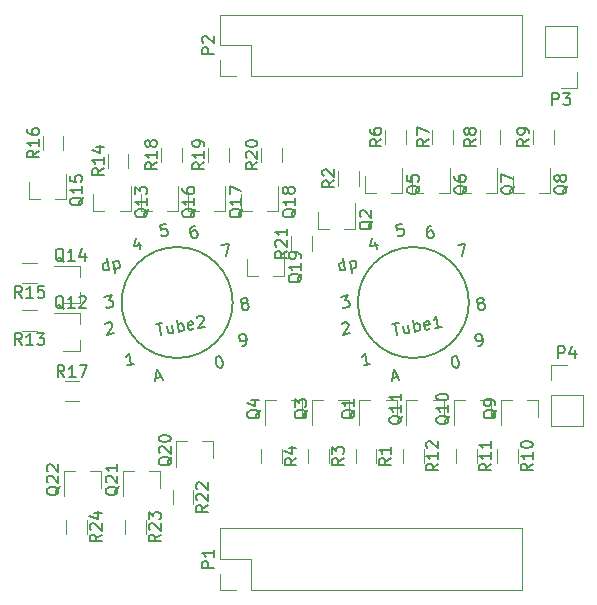
<source format=gbr>
G04 #@! TF.FileFunction,Legend,Top*
%FSLAX46Y46*%
G04 Gerber Fmt 4.6, Leading zero omitted, Abs format (unit mm)*
G04 Created by KiCad (PCBNEW 4.0.4-stable) date 11/20/17 14:55:23*
%MOMM*%
%LPD*%
G01*
G04 APERTURE LIST*
%ADD10C,0.100000*%
%ADD11C,0.150000*%
%ADD12C,0.120000*%
G04 APERTURE END LIST*
D10*
D11*
X129699999Y-100000000D02*
G75*
G03X129699999Y-100000000I-4699999J0D01*
G01*
X109699999Y-100000000D02*
G75*
G03X109699999Y-100000000I-4699999J0D01*
G01*
D12*
X136670000Y-110470000D02*
X139330000Y-110470000D01*
X136670000Y-107870000D02*
X136670000Y-110470000D01*
X139330000Y-107870000D02*
X139330000Y-110470000D01*
X136670000Y-107870000D02*
X139330000Y-107870000D01*
X136670000Y-106600000D02*
X136670000Y-105270000D01*
X136670000Y-105270000D02*
X138000000Y-105270000D01*
X134190000Y-124330000D02*
X134190000Y-119130000D01*
X111270000Y-124330000D02*
X134190000Y-124330000D01*
X108670000Y-119130000D02*
X134190000Y-119130000D01*
X111270000Y-124330000D02*
X111270000Y-121730000D01*
X111270000Y-121730000D02*
X108670000Y-121730000D01*
X108670000Y-121730000D02*
X108670000Y-119130000D01*
X110000000Y-124330000D02*
X108670000Y-124330000D01*
X108670000Y-124330000D02*
X108670000Y-123000000D01*
X134190000Y-80830000D02*
X134190000Y-75630000D01*
X111270000Y-80830000D02*
X134190000Y-80830000D01*
X108670000Y-75630000D02*
X134190000Y-75630000D01*
X111270000Y-80830000D02*
X111270000Y-78230000D01*
X111270000Y-78230000D02*
X108670000Y-78230000D01*
X108670000Y-78230000D02*
X108670000Y-75630000D01*
X110000000Y-80830000D02*
X108670000Y-80830000D01*
X108670000Y-80830000D02*
X108670000Y-79500000D01*
X123580000Y-108240000D02*
X122650000Y-108240000D01*
X120420000Y-108240000D02*
X121350000Y-108240000D01*
X120420000Y-108240000D02*
X120420000Y-110400000D01*
X123580000Y-108240000D02*
X123580000Y-109700000D01*
X116920000Y-93760000D02*
X117850000Y-93760000D01*
X120080000Y-93760000D02*
X119150000Y-93760000D01*
X120080000Y-93760000D02*
X120080000Y-91600000D01*
X116920000Y-93760000D02*
X116920000Y-92300000D01*
X119580000Y-108240000D02*
X118650000Y-108240000D01*
X116420000Y-108240000D02*
X117350000Y-108240000D01*
X116420000Y-108240000D02*
X116420000Y-110400000D01*
X119580000Y-108240000D02*
X119580000Y-109700000D01*
X115580000Y-108240000D02*
X114650000Y-108240000D01*
X112420000Y-108240000D02*
X113350000Y-108240000D01*
X112420000Y-108240000D02*
X112420000Y-110400000D01*
X115580000Y-108240000D02*
X115580000Y-109700000D01*
X120920000Y-90760000D02*
X121850000Y-90760000D01*
X124080000Y-90760000D02*
X123150000Y-90760000D01*
X124080000Y-90760000D02*
X124080000Y-88600000D01*
X120920000Y-90760000D02*
X120920000Y-89300000D01*
X124920000Y-90760000D02*
X125850000Y-90760000D01*
X128080000Y-90760000D02*
X127150000Y-90760000D01*
X128080000Y-90760000D02*
X128080000Y-88600000D01*
X124920000Y-90760000D02*
X124920000Y-89300000D01*
X128920000Y-90760000D02*
X129850000Y-90760000D01*
X132080000Y-90760000D02*
X131150000Y-90760000D01*
X132080000Y-90760000D02*
X132080000Y-88600000D01*
X128920000Y-90760000D02*
X128920000Y-89300000D01*
X133420000Y-90760000D02*
X134350000Y-90760000D01*
X136580000Y-90760000D02*
X135650000Y-90760000D01*
X136580000Y-90760000D02*
X136580000Y-88600000D01*
X133420000Y-90760000D02*
X133420000Y-89300000D01*
X135580000Y-108240000D02*
X134650000Y-108240000D01*
X132420000Y-108240000D02*
X133350000Y-108240000D01*
X132420000Y-108240000D02*
X132420000Y-110400000D01*
X135580000Y-108240000D02*
X135580000Y-109700000D01*
X131580000Y-108240000D02*
X130650000Y-108240000D01*
X128420000Y-108240000D02*
X129350000Y-108240000D01*
X128420000Y-108240000D02*
X128420000Y-110400000D01*
X131580000Y-108240000D02*
X131580000Y-109700000D01*
X127580000Y-108240000D02*
X126650000Y-108240000D01*
X124420000Y-108240000D02*
X125350000Y-108240000D01*
X124420000Y-108240000D02*
X124420000Y-110400000D01*
X127580000Y-108240000D02*
X127580000Y-109700000D01*
X96760000Y-104080000D02*
X96760000Y-103150000D01*
X96760000Y-100920000D02*
X96760000Y-101850000D01*
X96760000Y-100920000D02*
X94600000Y-100920000D01*
X96760000Y-104080000D02*
X95300000Y-104080000D01*
X97920000Y-92260000D02*
X98850000Y-92260000D01*
X101080000Y-92260000D02*
X100150000Y-92260000D01*
X101080000Y-92260000D02*
X101080000Y-90100000D01*
X97920000Y-92260000D02*
X97920000Y-90800000D01*
X96760000Y-100080000D02*
X96760000Y-99150000D01*
X96760000Y-96920000D02*
X96760000Y-97850000D01*
X96760000Y-96920000D02*
X94600000Y-96920000D01*
X96760000Y-100080000D02*
X95300000Y-100080000D01*
X92420000Y-91260000D02*
X93350000Y-91260000D01*
X95580000Y-91260000D02*
X94650000Y-91260000D01*
X95580000Y-91260000D02*
X95580000Y-89100000D01*
X92420000Y-91260000D02*
X92420000Y-89800000D01*
X101920000Y-92260000D02*
X102850000Y-92260000D01*
X105080000Y-92260000D02*
X104150000Y-92260000D01*
X105080000Y-92260000D02*
X105080000Y-90100000D01*
X101920000Y-92260000D02*
X101920000Y-90800000D01*
X105920000Y-92260000D02*
X106850000Y-92260000D01*
X109080000Y-92260000D02*
X108150000Y-92260000D01*
X109080000Y-92260000D02*
X109080000Y-90100000D01*
X105920000Y-92260000D02*
X105920000Y-90800000D01*
X110420000Y-92260000D02*
X111350000Y-92260000D01*
X113580000Y-92260000D02*
X112650000Y-92260000D01*
X113580000Y-92260000D02*
X113580000Y-90100000D01*
X110420000Y-92260000D02*
X110420000Y-90800000D01*
X110920000Y-97760000D02*
X111850000Y-97760000D01*
X114080000Y-97760000D02*
X113150000Y-97760000D01*
X114080000Y-97760000D02*
X114080000Y-95600000D01*
X110920000Y-97760000D02*
X110920000Y-96300000D01*
X108080000Y-111740000D02*
X107150000Y-111740000D01*
X104920000Y-111740000D02*
X105850000Y-111740000D01*
X104920000Y-111740000D02*
X104920000Y-113900000D01*
X108080000Y-111740000D02*
X108080000Y-113200000D01*
X103580000Y-114240000D02*
X102650000Y-114240000D01*
X100420000Y-114240000D02*
X101350000Y-114240000D01*
X100420000Y-114240000D02*
X100420000Y-116400000D01*
X103580000Y-114240000D02*
X103580000Y-115700000D01*
X98580000Y-114240000D02*
X97650000Y-114240000D01*
X95420000Y-114240000D02*
X96350000Y-114240000D01*
X95420000Y-114240000D02*
X95420000Y-116400000D01*
X98580000Y-114240000D02*
X98580000Y-115700000D01*
X120120000Y-113600000D02*
X120120000Y-112400000D01*
X121880000Y-112400000D02*
X121880000Y-113600000D01*
X112120000Y-113600000D02*
X112120000Y-112400000D01*
X113880000Y-112400000D02*
X113880000Y-113600000D01*
X124380000Y-85400000D02*
X124380000Y-86600000D01*
X122620000Y-86600000D02*
X122620000Y-85400000D01*
X128380000Y-85400000D02*
X128380000Y-86600000D01*
X126620000Y-86600000D02*
X126620000Y-85400000D01*
X132380000Y-85400000D02*
X132380000Y-86600000D01*
X130620000Y-86600000D02*
X130620000Y-85400000D01*
X136880000Y-85400000D02*
X136880000Y-86600000D01*
X135120000Y-86600000D02*
X135120000Y-85400000D01*
X132120000Y-113600000D02*
X132120000Y-112400000D01*
X133880000Y-112400000D02*
X133880000Y-113600000D01*
X128620000Y-113600000D02*
X128620000Y-112400000D01*
X130380000Y-112400000D02*
X130380000Y-113600000D01*
X124120000Y-113600000D02*
X124120000Y-112400000D01*
X125880000Y-112400000D02*
X125880000Y-113600000D01*
X120380000Y-88900000D02*
X120380000Y-90100000D01*
X118620000Y-90100000D02*
X118620000Y-88900000D01*
X116120000Y-113600000D02*
X116120000Y-112400000D01*
X117880000Y-112400000D02*
X117880000Y-113600000D01*
X91900000Y-100620000D02*
X93100000Y-100620000D01*
X93100000Y-102380000D02*
X91900000Y-102380000D01*
X100880000Y-87400000D02*
X100880000Y-88600000D01*
X99120000Y-88600000D02*
X99120000Y-87400000D01*
X91900000Y-96620000D02*
X93100000Y-96620000D01*
X93100000Y-98380000D02*
X91900000Y-98380000D01*
X95380000Y-85900000D02*
X95380000Y-87100000D01*
X93620000Y-87100000D02*
X93620000Y-85900000D01*
X96700000Y-108380000D02*
X95500000Y-108380000D01*
X95500000Y-106620000D02*
X96700000Y-106620000D01*
X105380000Y-86900000D02*
X105380000Y-88100000D01*
X103620000Y-88100000D02*
X103620000Y-86900000D01*
X109380000Y-86900000D02*
X109380000Y-88100000D01*
X107620000Y-88100000D02*
X107620000Y-86900000D01*
X113880000Y-86900000D02*
X113880000Y-88100000D01*
X112120000Y-88100000D02*
X112120000Y-86900000D01*
X116380000Y-94400000D02*
X116380000Y-95600000D01*
X114620000Y-95600000D02*
X114620000Y-94400000D01*
X104620000Y-117100000D02*
X104620000Y-115900000D01*
X106380000Y-115900000D02*
X106380000Y-117100000D01*
X100620000Y-119600000D02*
X100620000Y-118400000D01*
X102380000Y-118400000D02*
X102380000Y-119600000D01*
X95620000Y-119600000D02*
X95620000Y-118400000D01*
X97380000Y-118400000D02*
X97380000Y-119600000D01*
X138830000Y-76630000D02*
X136170000Y-76630000D01*
X138830000Y-79230000D02*
X138830000Y-76630000D01*
X136170000Y-79230000D02*
X136170000Y-76630000D01*
X138830000Y-79230000D02*
X136170000Y-79230000D01*
X138830000Y-80500000D02*
X138830000Y-81830000D01*
X138830000Y-81830000D02*
X137500000Y-81830000D01*
D11*
X123188796Y-101794151D02*
X123751544Y-101694923D01*
X123643818Y-102729345D02*
X123470170Y-101744537D01*
X124559757Y-101890889D02*
X124675522Y-102547428D01*
X124137696Y-101965309D02*
X124228654Y-102481162D01*
X124292088Y-102566684D01*
X124394148Y-102597041D01*
X124534835Y-102572234D01*
X124620358Y-102508801D01*
X124658984Y-102453636D01*
X125144478Y-102464738D02*
X124970830Y-101479930D01*
X125036981Y-101855095D02*
X125122503Y-101791661D01*
X125310087Y-101758585D01*
X125412147Y-101788943D01*
X125467311Y-101827570D01*
X125530745Y-101913092D01*
X125580359Y-102194466D01*
X125550001Y-102296526D01*
X125511374Y-102351691D01*
X125425852Y-102415124D01*
X125238269Y-102448200D01*
X125136209Y-102417842D01*
X126402391Y-102194580D02*
X126316869Y-102258014D01*
X126129286Y-102291090D01*
X126027225Y-102260732D01*
X125963792Y-102175210D01*
X125897640Y-101800045D01*
X125927998Y-101697984D01*
X126013520Y-101634551D01*
X126201103Y-101601475D01*
X126303163Y-101631833D01*
X126366597Y-101717355D01*
X126383135Y-101811147D01*
X125930716Y-101987628D01*
X127395468Y-102067828D02*
X126832720Y-102167055D01*
X127114093Y-102117442D02*
X126940445Y-101132634D01*
X126871461Y-101289859D01*
X126794208Y-101400188D01*
X126708685Y-101463621D01*
X119255014Y-97238027D02*
X119081366Y-96253219D01*
X119246745Y-97191132D02*
X119161223Y-97254565D01*
X118973640Y-97287641D01*
X118871580Y-97257283D01*
X118816415Y-97218657D01*
X118752982Y-97133135D01*
X118703368Y-96851760D01*
X118733726Y-96749700D01*
X118772352Y-96694536D01*
X118857874Y-96631102D01*
X119045458Y-96598026D01*
X119147518Y-96628384D01*
X119608204Y-96498799D02*
X119781853Y-97483606D01*
X119616473Y-96545694D02*
X119701996Y-96482261D01*
X119889579Y-96449185D01*
X119991639Y-96479542D01*
X120046803Y-96518169D01*
X120110237Y-96603691D01*
X120159851Y-96885066D01*
X120129493Y-96987126D01*
X120090866Y-97042290D01*
X120005344Y-97105724D01*
X119817761Y-97138800D01*
X119715701Y-97108442D01*
X130482938Y-103686282D02*
X130670520Y-103653206D01*
X130756043Y-103589773D01*
X130794670Y-103534608D01*
X130863654Y-103377384D01*
X130877474Y-103181532D01*
X130811322Y-102806367D01*
X130747889Y-102720845D01*
X130692724Y-102682218D01*
X130590664Y-102651860D01*
X130403081Y-102684936D01*
X130317559Y-102748370D01*
X130278932Y-102803534D01*
X130248574Y-102905595D01*
X130289919Y-103140072D01*
X130353353Y-103225594D01*
X130408517Y-103264222D01*
X130510577Y-103294580D01*
X130698161Y-103261504D01*
X130783683Y-103198070D01*
X130822309Y-103142905D01*
X130852667Y-103040845D01*
X128422222Y-104537047D02*
X128516015Y-104520508D01*
X128618075Y-104550866D01*
X128673239Y-104589493D01*
X128736673Y-104675015D01*
X128816644Y-104854328D01*
X128857989Y-105088807D01*
X128844169Y-105284658D01*
X128813811Y-105386718D01*
X128775185Y-105441883D01*
X128689663Y-105505316D01*
X128595871Y-105521854D01*
X128493811Y-105491497D01*
X128438646Y-105452870D01*
X128375213Y-105367348D01*
X128295241Y-105188035D01*
X128253896Y-104953556D01*
X128267716Y-104757705D01*
X128298074Y-104655644D01*
X128336700Y-104600480D01*
X128422222Y-104537047D01*
X123213316Y-106383908D02*
X123682272Y-106301218D01*
X123169138Y-106681819D02*
X123323759Y-105639129D01*
X123825677Y-106566053D01*
X121359296Y-105234100D02*
X120796549Y-105333328D01*
X121077922Y-105283714D02*
X120904274Y-104298907D01*
X120835290Y-104456131D01*
X120758036Y-104566460D01*
X120672514Y-104629894D01*
X118929755Y-101829500D02*
X118968381Y-101774336D01*
X119053903Y-101710902D01*
X119288382Y-101669557D01*
X119390442Y-101699915D01*
X119445607Y-101738542D01*
X119509040Y-101824064D01*
X119525578Y-101917855D01*
X119503489Y-102066811D01*
X119039969Y-102728786D01*
X119649612Y-102621289D01*
X118846938Y-99503303D02*
X119456581Y-99395807D01*
X119194463Y-99828854D01*
X119335151Y-99804047D01*
X119437211Y-99834405D01*
X119492375Y-99873031D01*
X119555809Y-99958554D01*
X119597154Y-100193032D01*
X119566796Y-100295092D01*
X119528169Y-100350257D01*
X119442647Y-100413690D01*
X119161273Y-100463304D01*
X119059213Y-100432946D01*
X119004048Y-100394320D01*
X121784836Y-94835562D02*
X121900601Y-95492100D01*
X121484205Y-94501742D02*
X121373762Y-95246521D01*
X121983405Y-95139025D01*
X124036696Y-93338454D02*
X123567739Y-93421143D01*
X123603533Y-93898368D01*
X123642160Y-93843203D01*
X123727682Y-93779770D01*
X123962161Y-93738425D01*
X124064221Y-93768783D01*
X124119385Y-93807409D01*
X124182819Y-93892932D01*
X124224164Y-94127410D01*
X124193806Y-94229470D01*
X124155179Y-94284635D01*
X124069657Y-94348068D01*
X123835178Y-94389413D01*
X123733118Y-94359056D01*
X123677954Y-94320429D01*
X126514880Y-93500585D02*
X126327297Y-93533661D01*
X126241775Y-93597094D01*
X126203148Y-93652259D01*
X126134164Y-93809483D01*
X126120344Y-94005334D01*
X126186496Y-94380500D01*
X126249929Y-94466022D01*
X126305094Y-94504649D01*
X126407154Y-94535006D01*
X126594737Y-94501930D01*
X126680259Y-94438497D01*
X126718886Y-94383332D01*
X126749244Y-94281272D01*
X126707899Y-94046794D01*
X126644465Y-93961271D01*
X126589301Y-93922645D01*
X126487241Y-93892287D01*
X126299657Y-93925363D01*
X126214135Y-93988796D01*
X126175509Y-94043961D01*
X126145151Y-94146022D01*
X128741143Y-95149041D02*
X129397682Y-95033276D01*
X129149269Y-96092504D01*
X130623324Y-100075621D02*
X130521264Y-100045263D01*
X130466100Y-100006636D01*
X130402666Y-99921114D01*
X130394397Y-99874219D01*
X130424755Y-99772158D01*
X130463382Y-99716994D01*
X130548904Y-99653560D01*
X130736487Y-99620484D01*
X130838547Y-99650842D01*
X130893712Y-99689469D01*
X130957145Y-99774991D01*
X130965414Y-99821886D01*
X130935056Y-99923947D01*
X130896430Y-99979111D01*
X130810908Y-100042545D01*
X130623324Y-100075621D01*
X130537802Y-100139054D01*
X130499176Y-100194218D01*
X130468818Y-100296280D01*
X130501894Y-100483862D01*
X130565327Y-100569384D01*
X130620492Y-100608011D01*
X130722552Y-100638368D01*
X130910135Y-100605292D01*
X130995657Y-100541859D01*
X131034284Y-100486694D01*
X131064642Y-100384634D01*
X131031566Y-100197052D01*
X130968132Y-100111529D01*
X130912968Y-100072902D01*
X130810908Y-100042545D01*
X103188796Y-101794151D02*
X103751544Y-101694923D01*
X103643818Y-102729345D02*
X103470170Y-101744537D01*
X104559757Y-101890889D02*
X104675522Y-102547428D01*
X104137696Y-101965309D02*
X104228654Y-102481162D01*
X104292088Y-102566684D01*
X104394148Y-102597041D01*
X104534835Y-102572234D01*
X104620358Y-102508801D01*
X104658984Y-102453636D01*
X105144478Y-102464738D02*
X104970830Y-101479930D01*
X105036981Y-101855095D02*
X105122503Y-101791661D01*
X105310087Y-101758585D01*
X105412147Y-101788943D01*
X105467311Y-101827570D01*
X105530745Y-101913092D01*
X105580359Y-102194466D01*
X105550001Y-102296526D01*
X105511374Y-102351691D01*
X105425852Y-102415124D01*
X105238269Y-102448200D01*
X105136209Y-102417842D01*
X106402391Y-102194580D02*
X106316869Y-102258014D01*
X106129286Y-102291090D01*
X106027225Y-102260732D01*
X105963792Y-102175210D01*
X105897640Y-101800045D01*
X105927998Y-101697984D01*
X106013520Y-101634551D01*
X106201103Y-101601475D01*
X106303163Y-101631833D01*
X106366597Y-101717355D01*
X106383135Y-101811147D01*
X105930716Y-101987628D01*
X106675610Y-101276039D02*
X106714236Y-101220874D01*
X106799758Y-101157441D01*
X107034237Y-101116096D01*
X107136297Y-101146453D01*
X107191462Y-101185080D01*
X107254895Y-101270602D01*
X107271433Y-101364393D01*
X107249344Y-101513349D01*
X106785824Y-102175324D01*
X107395468Y-102067828D01*
X99255014Y-97238027D02*
X99081366Y-96253219D01*
X99246745Y-97191132D02*
X99161223Y-97254565D01*
X98973640Y-97287641D01*
X98871580Y-97257283D01*
X98816415Y-97218657D01*
X98752982Y-97133135D01*
X98703368Y-96851760D01*
X98733726Y-96749700D01*
X98772352Y-96694536D01*
X98857874Y-96631102D01*
X99045458Y-96598026D01*
X99147518Y-96628384D01*
X99608204Y-96498799D02*
X99781853Y-97483606D01*
X99616473Y-96545694D02*
X99701996Y-96482261D01*
X99889579Y-96449185D01*
X99991639Y-96479542D01*
X100046803Y-96518169D01*
X100110237Y-96603691D01*
X100159851Y-96885066D01*
X100129493Y-96987126D01*
X100090866Y-97042290D01*
X100005344Y-97105724D01*
X99817761Y-97138800D01*
X99715701Y-97108442D01*
X110482938Y-103686282D02*
X110670520Y-103653206D01*
X110756043Y-103589773D01*
X110794670Y-103534608D01*
X110863654Y-103377384D01*
X110877474Y-103181532D01*
X110811322Y-102806367D01*
X110747889Y-102720845D01*
X110692724Y-102682218D01*
X110590664Y-102651860D01*
X110403081Y-102684936D01*
X110317559Y-102748370D01*
X110278932Y-102803534D01*
X110248574Y-102905595D01*
X110289919Y-103140072D01*
X110353353Y-103225594D01*
X110408517Y-103264222D01*
X110510577Y-103294580D01*
X110698161Y-103261504D01*
X110783683Y-103198070D01*
X110822309Y-103142905D01*
X110852667Y-103040845D01*
X108422222Y-104537047D02*
X108516015Y-104520508D01*
X108618075Y-104550866D01*
X108673239Y-104589493D01*
X108736673Y-104675015D01*
X108816644Y-104854328D01*
X108857989Y-105088807D01*
X108844169Y-105284658D01*
X108813811Y-105386718D01*
X108775185Y-105441883D01*
X108689663Y-105505316D01*
X108595871Y-105521854D01*
X108493811Y-105491497D01*
X108438646Y-105452870D01*
X108375213Y-105367348D01*
X108295241Y-105188035D01*
X108253896Y-104953556D01*
X108267716Y-104757705D01*
X108298074Y-104655644D01*
X108336700Y-104600480D01*
X108422222Y-104537047D01*
X103213316Y-106383908D02*
X103682272Y-106301218D01*
X103169138Y-106681819D02*
X103323759Y-105639129D01*
X103825677Y-106566053D01*
X101359296Y-105234100D02*
X100796549Y-105333328D01*
X101077922Y-105283714D02*
X100904274Y-104298907D01*
X100835290Y-104456131D01*
X100758036Y-104566460D01*
X100672514Y-104629894D01*
X98929755Y-101829500D02*
X98968381Y-101774336D01*
X99053903Y-101710902D01*
X99288382Y-101669557D01*
X99390442Y-101699915D01*
X99445607Y-101738542D01*
X99509040Y-101824064D01*
X99525578Y-101917855D01*
X99503489Y-102066811D01*
X99039969Y-102728786D01*
X99649612Y-102621289D01*
X98846938Y-99503303D02*
X99456581Y-99395807D01*
X99194463Y-99828854D01*
X99335151Y-99804047D01*
X99437211Y-99834405D01*
X99492375Y-99873031D01*
X99555809Y-99958554D01*
X99597154Y-100193032D01*
X99566796Y-100295092D01*
X99528169Y-100350257D01*
X99442647Y-100413690D01*
X99161273Y-100463304D01*
X99059213Y-100432946D01*
X99004048Y-100394320D01*
X101784836Y-94835562D02*
X101900601Y-95492100D01*
X101484205Y-94501742D02*
X101373762Y-95246521D01*
X101983405Y-95139025D01*
X104036696Y-93338454D02*
X103567739Y-93421143D01*
X103603533Y-93898368D01*
X103642160Y-93843203D01*
X103727682Y-93779770D01*
X103962161Y-93738425D01*
X104064221Y-93768783D01*
X104119385Y-93807409D01*
X104182819Y-93892932D01*
X104224164Y-94127410D01*
X104193806Y-94229470D01*
X104155179Y-94284635D01*
X104069657Y-94348068D01*
X103835178Y-94389413D01*
X103733118Y-94359056D01*
X103677954Y-94320429D01*
X106514880Y-93500585D02*
X106327297Y-93533661D01*
X106241775Y-93597094D01*
X106203148Y-93652259D01*
X106134164Y-93809483D01*
X106120344Y-94005334D01*
X106186496Y-94380500D01*
X106249929Y-94466022D01*
X106305094Y-94504649D01*
X106407154Y-94535006D01*
X106594737Y-94501930D01*
X106680259Y-94438497D01*
X106718886Y-94383332D01*
X106749244Y-94281272D01*
X106707899Y-94046794D01*
X106644465Y-93961271D01*
X106589301Y-93922645D01*
X106487241Y-93892287D01*
X106299657Y-93925363D01*
X106214135Y-93988796D01*
X106175509Y-94043961D01*
X106145151Y-94146022D01*
X108741143Y-95149041D02*
X109397682Y-95033276D01*
X109149269Y-96092504D01*
X110623324Y-100075621D02*
X110521264Y-100045263D01*
X110466100Y-100006636D01*
X110402666Y-99921114D01*
X110394397Y-99874219D01*
X110424755Y-99772158D01*
X110463382Y-99716994D01*
X110548904Y-99653560D01*
X110736487Y-99620484D01*
X110838547Y-99650842D01*
X110893712Y-99689469D01*
X110957145Y-99774991D01*
X110965414Y-99821886D01*
X110935056Y-99923947D01*
X110896430Y-99979111D01*
X110810908Y-100042545D01*
X110623324Y-100075621D01*
X110537802Y-100139054D01*
X110499176Y-100194218D01*
X110468818Y-100296280D01*
X110501894Y-100483862D01*
X110565327Y-100569384D01*
X110620492Y-100608011D01*
X110722552Y-100638368D01*
X110910135Y-100605292D01*
X110995657Y-100541859D01*
X111034284Y-100486694D01*
X111064642Y-100384634D01*
X111031566Y-100197052D01*
X110968132Y-100111529D01*
X110912968Y-100072902D01*
X110810908Y-100042545D01*
X137261905Y-104722381D02*
X137261905Y-103722381D01*
X137642858Y-103722381D01*
X137738096Y-103770000D01*
X137785715Y-103817619D01*
X137833334Y-103912857D01*
X137833334Y-104055714D01*
X137785715Y-104150952D01*
X137738096Y-104198571D01*
X137642858Y-104246190D01*
X137261905Y-104246190D01*
X138690477Y-104055714D02*
X138690477Y-104722381D01*
X138452381Y-103674762D02*
X138214286Y-104389048D01*
X138833334Y-104389048D01*
X108122381Y-122468095D02*
X107122381Y-122468095D01*
X107122381Y-122087142D01*
X107170000Y-121991904D01*
X107217619Y-121944285D01*
X107312857Y-121896666D01*
X107455714Y-121896666D01*
X107550952Y-121944285D01*
X107598571Y-121991904D01*
X107646190Y-122087142D01*
X107646190Y-122468095D01*
X108122381Y-120944285D02*
X108122381Y-121515714D01*
X108122381Y-121230000D02*
X107122381Y-121230000D01*
X107265238Y-121325238D01*
X107360476Y-121420476D01*
X107408095Y-121515714D01*
X108122381Y-78968095D02*
X107122381Y-78968095D01*
X107122381Y-78587142D01*
X107170000Y-78491904D01*
X107217619Y-78444285D01*
X107312857Y-78396666D01*
X107455714Y-78396666D01*
X107550952Y-78444285D01*
X107598571Y-78491904D01*
X107646190Y-78587142D01*
X107646190Y-78968095D01*
X107217619Y-78015714D02*
X107170000Y-77968095D01*
X107122381Y-77872857D01*
X107122381Y-77634761D01*
X107170000Y-77539523D01*
X107217619Y-77491904D01*
X107312857Y-77444285D01*
X107408095Y-77444285D01*
X107550952Y-77491904D01*
X108122381Y-78063333D01*
X108122381Y-77444285D01*
X120047619Y-109095238D02*
X120000000Y-109190476D01*
X119904762Y-109285714D01*
X119761905Y-109428571D01*
X119714286Y-109523810D01*
X119714286Y-109619048D01*
X119952381Y-109571429D02*
X119904762Y-109666667D01*
X119809524Y-109761905D01*
X119619048Y-109809524D01*
X119285714Y-109809524D01*
X119095238Y-109761905D01*
X119000000Y-109666667D01*
X118952381Y-109571429D01*
X118952381Y-109380952D01*
X119000000Y-109285714D01*
X119095238Y-109190476D01*
X119285714Y-109142857D01*
X119619048Y-109142857D01*
X119809524Y-109190476D01*
X119904762Y-109285714D01*
X119952381Y-109380952D01*
X119952381Y-109571429D01*
X119952381Y-108190476D02*
X119952381Y-108761905D01*
X119952381Y-108476191D02*
X118952381Y-108476191D01*
X119095238Y-108571429D01*
X119190476Y-108666667D01*
X119238095Y-108761905D01*
X121547619Y-93095238D02*
X121500000Y-93190476D01*
X121404762Y-93285714D01*
X121261905Y-93428571D01*
X121214286Y-93523810D01*
X121214286Y-93619048D01*
X121452381Y-93571429D02*
X121404762Y-93666667D01*
X121309524Y-93761905D01*
X121119048Y-93809524D01*
X120785714Y-93809524D01*
X120595238Y-93761905D01*
X120500000Y-93666667D01*
X120452381Y-93571429D01*
X120452381Y-93380952D01*
X120500000Y-93285714D01*
X120595238Y-93190476D01*
X120785714Y-93142857D01*
X121119048Y-93142857D01*
X121309524Y-93190476D01*
X121404762Y-93285714D01*
X121452381Y-93380952D01*
X121452381Y-93571429D01*
X120547619Y-92761905D02*
X120500000Y-92714286D01*
X120452381Y-92619048D01*
X120452381Y-92380952D01*
X120500000Y-92285714D01*
X120547619Y-92238095D01*
X120642857Y-92190476D01*
X120738095Y-92190476D01*
X120880952Y-92238095D01*
X121452381Y-92809524D01*
X121452381Y-92190476D01*
X116047619Y-109095238D02*
X116000000Y-109190476D01*
X115904762Y-109285714D01*
X115761905Y-109428571D01*
X115714286Y-109523810D01*
X115714286Y-109619048D01*
X115952381Y-109571429D02*
X115904762Y-109666667D01*
X115809524Y-109761905D01*
X115619048Y-109809524D01*
X115285714Y-109809524D01*
X115095238Y-109761905D01*
X115000000Y-109666667D01*
X114952381Y-109571429D01*
X114952381Y-109380952D01*
X115000000Y-109285714D01*
X115095238Y-109190476D01*
X115285714Y-109142857D01*
X115619048Y-109142857D01*
X115809524Y-109190476D01*
X115904762Y-109285714D01*
X115952381Y-109380952D01*
X115952381Y-109571429D01*
X114952381Y-108809524D02*
X114952381Y-108190476D01*
X115333333Y-108523810D01*
X115333333Y-108380952D01*
X115380952Y-108285714D01*
X115428571Y-108238095D01*
X115523810Y-108190476D01*
X115761905Y-108190476D01*
X115857143Y-108238095D01*
X115904762Y-108285714D01*
X115952381Y-108380952D01*
X115952381Y-108666667D01*
X115904762Y-108761905D01*
X115857143Y-108809524D01*
X112047619Y-109095238D02*
X112000000Y-109190476D01*
X111904762Y-109285714D01*
X111761905Y-109428571D01*
X111714286Y-109523810D01*
X111714286Y-109619048D01*
X111952381Y-109571429D02*
X111904762Y-109666667D01*
X111809524Y-109761905D01*
X111619048Y-109809524D01*
X111285714Y-109809524D01*
X111095238Y-109761905D01*
X111000000Y-109666667D01*
X110952381Y-109571429D01*
X110952381Y-109380952D01*
X111000000Y-109285714D01*
X111095238Y-109190476D01*
X111285714Y-109142857D01*
X111619048Y-109142857D01*
X111809524Y-109190476D01*
X111904762Y-109285714D01*
X111952381Y-109380952D01*
X111952381Y-109571429D01*
X111285714Y-108285714D02*
X111952381Y-108285714D01*
X110904762Y-108523810D02*
X111619048Y-108761905D01*
X111619048Y-108142857D01*
X125547619Y-90095238D02*
X125500000Y-90190476D01*
X125404762Y-90285714D01*
X125261905Y-90428571D01*
X125214286Y-90523810D01*
X125214286Y-90619048D01*
X125452381Y-90571429D02*
X125404762Y-90666667D01*
X125309524Y-90761905D01*
X125119048Y-90809524D01*
X124785714Y-90809524D01*
X124595238Y-90761905D01*
X124500000Y-90666667D01*
X124452381Y-90571429D01*
X124452381Y-90380952D01*
X124500000Y-90285714D01*
X124595238Y-90190476D01*
X124785714Y-90142857D01*
X125119048Y-90142857D01*
X125309524Y-90190476D01*
X125404762Y-90285714D01*
X125452381Y-90380952D01*
X125452381Y-90571429D01*
X124452381Y-89238095D02*
X124452381Y-89714286D01*
X124928571Y-89761905D01*
X124880952Y-89714286D01*
X124833333Y-89619048D01*
X124833333Y-89380952D01*
X124880952Y-89285714D01*
X124928571Y-89238095D01*
X125023810Y-89190476D01*
X125261905Y-89190476D01*
X125357143Y-89238095D01*
X125404762Y-89285714D01*
X125452381Y-89380952D01*
X125452381Y-89619048D01*
X125404762Y-89714286D01*
X125357143Y-89761905D01*
X129547619Y-90095238D02*
X129500000Y-90190476D01*
X129404762Y-90285714D01*
X129261905Y-90428571D01*
X129214286Y-90523810D01*
X129214286Y-90619048D01*
X129452381Y-90571429D02*
X129404762Y-90666667D01*
X129309524Y-90761905D01*
X129119048Y-90809524D01*
X128785714Y-90809524D01*
X128595238Y-90761905D01*
X128500000Y-90666667D01*
X128452381Y-90571429D01*
X128452381Y-90380952D01*
X128500000Y-90285714D01*
X128595238Y-90190476D01*
X128785714Y-90142857D01*
X129119048Y-90142857D01*
X129309524Y-90190476D01*
X129404762Y-90285714D01*
X129452381Y-90380952D01*
X129452381Y-90571429D01*
X128452381Y-89285714D02*
X128452381Y-89476191D01*
X128500000Y-89571429D01*
X128547619Y-89619048D01*
X128690476Y-89714286D01*
X128880952Y-89761905D01*
X129261905Y-89761905D01*
X129357143Y-89714286D01*
X129404762Y-89666667D01*
X129452381Y-89571429D01*
X129452381Y-89380952D01*
X129404762Y-89285714D01*
X129357143Y-89238095D01*
X129261905Y-89190476D01*
X129023810Y-89190476D01*
X128928571Y-89238095D01*
X128880952Y-89285714D01*
X128833333Y-89380952D01*
X128833333Y-89571429D01*
X128880952Y-89666667D01*
X128928571Y-89714286D01*
X129023810Y-89761905D01*
X133547619Y-90095238D02*
X133500000Y-90190476D01*
X133404762Y-90285714D01*
X133261905Y-90428571D01*
X133214286Y-90523810D01*
X133214286Y-90619048D01*
X133452381Y-90571429D02*
X133404762Y-90666667D01*
X133309524Y-90761905D01*
X133119048Y-90809524D01*
X132785714Y-90809524D01*
X132595238Y-90761905D01*
X132500000Y-90666667D01*
X132452381Y-90571429D01*
X132452381Y-90380952D01*
X132500000Y-90285714D01*
X132595238Y-90190476D01*
X132785714Y-90142857D01*
X133119048Y-90142857D01*
X133309524Y-90190476D01*
X133404762Y-90285714D01*
X133452381Y-90380952D01*
X133452381Y-90571429D01*
X132452381Y-89809524D02*
X132452381Y-89142857D01*
X133452381Y-89571429D01*
X138047619Y-90095238D02*
X138000000Y-90190476D01*
X137904762Y-90285714D01*
X137761905Y-90428571D01*
X137714286Y-90523810D01*
X137714286Y-90619048D01*
X137952381Y-90571429D02*
X137904762Y-90666667D01*
X137809524Y-90761905D01*
X137619048Y-90809524D01*
X137285714Y-90809524D01*
X137095238Y-90761905D01*
X137000000Y-90666667D01*
X136952381Y-90571429D01*
X136952381Y-90380952D01*
X137000000Y-90285714D01*
X137095238Y-90190476D01*
X137285714Y-90142857D01*
X137619048Y-90142857D01*
X137809524Y-90190476D01*
X137904762Y-90285714D01*
X137952381Y-90380952D01*
X137952381Y-90571429D01*
X137380952Y-89571429D02*
X137333333Y-89666667D01*
X137285714Y-89714286D01*
X137190476Y-89761905D01*
X137142857Y-89761905D01*
X137047619Y-89714286D01*
X137000000Y-89666667D01*
X136952381Y-89571429D01*
X136952381Y-89380952D01*
X137000000Y-89285714D01*
X137047619Y-89238095D01*
X137142857Y-89190476D01*
X137190476Y-89190476D01*
X137285714Y-89238095D01*
X137333333Y-89285714D01*
X137380952Y-89380952D01*
X137380952Y-89571429D01*
X137428571Y-89666667D01*
X137476190Y-89714286D01*
X137571429Y-89761905D01*
X137761905Y-89761905D01*
X137857143Y-89714286D01*
X137904762Y-89666667D01*
X137952381Y-89571429D01*
X137952381Y-89380952D01*
X137904762Y-89285714D01*
X137857143Y-89238095D01*
X137761905Y-89190476D01*
X137571429Y-89190476D01*
X137476190Y-89238095D01*
X137428571Y-89285714D01*
X137380952Y-89380952D01*
X132047619Y-109095238D02*
X132000000Y-109190476D01*
X131904762Y-109285714D01*
X131761905Y-109428571D01*
X131714286Y-109523810D01*
X131714286Y-109619048D01*
X131952381Y-109571429D02*
X131904762Y-109666667D01*
X131809524Y-109761905D01*
X131619048Y-109809524D01*
X131285714Y-109809524D01*
X131095238Y-109761905D01*
X131000000Y-109666667D01*
X130952381Y-109571429D01*
X130952381Y-109380952D01*
X131000000Y-109285714D01*
X131095238Y-109190476D01*
X131285714Y-109142857D01*
X131619048Y-109142857D01*
X131809524Y-109190476D01*
X131904762Y-109285714D01*
X131952381Y-109380952D01*
X131952381Y-109571429D01*
X131952381Y-108666667D02*
X131952381Y-108476191D01*
X131904762Y-108380952D01*
X131857143Y-108333333D01*
X131714286Y-108238095D01*
X131523810Y-108190476D01*
X131142857Y-108190476D01*
X131047619Y-108238095D01*
X131000000Y-108285714D01*
X130952381Y-108380952D01*
X130952381Y-108571429D01*
X131000000Y-108666667D01*
X131047619Y-108714286D01*
X131142857Y-108761905D01*
X131380952Y-108761905D01*
X131476190Y-108714286D01*
X131523810Y-108666667D01*
X131571429Y-108571429D01*
X131571429Y-108380952D01*
X131523810Y-108285714D01*
X131476190Y-108238095D01*
X131380952Y-108190476D01*
X128047619Y-109571428D02*
X128000000Y-109666666D01*
X127904762Y-109761904D01*
X127761905Y-109904761D01*
X127714286Y-110000000D01*
X127714286Y-110095238D01*
X127952381Y-110047619D02*
X127904762Y-110142857D01*
X127809524Y-110238095D01*
X127619048Y-110285714D01*
X127285714Y-110285714D01*
X127095238Y-110238095D01*
X127000000Y-110142857D01*
X126952381Y-110047619D01*
X126952381Y-109857142D01*
X127000000Y-109761904D01*
X127095238Y-109666666D01*
X127285714Y-109619047D01*
X127619048Y-109619047D01*
X127809524Y-109666666D01*
X127904762Y-109761904D01*
X127952381Y-109857142D01*
X127952381Y-110047619D01*
X127952381Y-108666666D02*
X127952381Y-109238095D01*
X127952381Y-108952381D02*
X126952381Y-108952381D01*
X127095238Y-109047619D01*
X127190476Y-109142857D01*
X127238095Y-109238095D01*
X126952381Y-108047619D02*
X126952381Y-107952380D01*
X127000000Y-107857142D01*
X127047619Y-107809523D01*
X127142857Y-107761904D01*
X127333333Y-107714285D01*
X127571429Y-107714285D01*
X127761905Y-107761904D01*
X127857143Y-107809523D01*
X127904762Y-107857142D01*
X127952381Y-107952380D01*
X127952381Y-108047619D01*
X127904762Y-108142857D01*
X127857143Y-108190476D01*
X127761905Y-108238095D01*
X127571429Y-108285714D01*
X127333333Y-108285714D01*
X127142857Y-108238095D01*
X127047619Y-108190476D01*
X127000000Y-108142857D01*
X126952381Y-108047619D01*
X124047619Y-109571428D02*
X124000000Y-109666666D01*
X123904762Y-109761904D01*
X123761905Y-109904761D01*
X123714286Y-110000000D01*
X123714286Y-110095238D01*
X123952381Y-110047619D02*
X123904762Y-110142857D01*
X123809524Y-110238095D01*
X123619048Y-110285714D01*
X123285714Y-110285714D01*
X123095238Y-110238095D01*
X123000000Y-110142857D01*
X122952381Y-110047619D01*
X122952381Y-109857142D01*
X123000000Y-109761904D01*
X123095238Y-109666666D01*
X123285714Y-109619047D01*
X123619048Y-109619047D01*
X123809524Y-109666666D01*
X123904762Y-109761904D01*
X123952381Y-109857142D01*
X123952381Y-110047619D01*
X123952381Y-108666666D02*
X123952381Y-109238095D01*
X123952381Y-108952381D02*
X122952381Y-108952381D01*
X123095238Y-109047619D01*
X123190476Y-109142857D01*
X123238095Y-109238095D01*
X123952381Y-107714285D02*
X123952381Y-108285714D01*
X123952381Y-108000000D02*
X122952381Y-108000000D01*
X123095238Y-108095238D01*
X123190476Y-108190476D01*
X123238095Y-108285714D01*
X95428572Y-100547619D02*
X95333334Y-100500000D01*
X95238096Y-100404762D01*
X95095239Y-100261905D01*
X95000000Y-100214286D01*
X94904762Y-100214286D01*
X94952381Y-100452381D02*
X94857143Y-100404762D01*
X94761905Y-100309524D01*
X94714286Y-100119048D01*
X94714286Y-99785714D01*
X94761905Y-99595238D01*
X94857143Y-99500000D01*
X94952381Y-99452381D01*
X95142858Y-99452381D01*
X95238096Y-99500000D01*
X95333334Y-99595238D01*
X95380953Y-99785714D01*
X95380953Y-100119048D01*
X95333334Y-100309524D01*
X95238096Y-100404762D01*
X95142858Y-100452381D01*
X94952381Y-100452381D01*
X96333334Y-100452381D02*
X95761905Y-100452381D01*
X96047619Y-100452381D02*
X96047619Y-99452381D01*
X95952381Y-99595238D01*
X95857143Y-99690476D01*
X95761905Y-99738095D01*
X96714286Y-99547619D02*
X96761905Y-99500000D01*
X96857143Y-99452381D01*
X97095239Y-99452381D01*
X97190477Y-99500000D01*
X97238096Y-99547619D01*
X97285715Y-99642857D01*
X97285715Y-99738095D01*
X97238096Y-99880952D01*
X96666667Y-100452381D01*
X97285715Y-100452381D01*
X102547619Y-92071428D02*
X102500000Y-92166666D01*
X102404762Y-92261904D01*
X102261905Y-92404761D01*
X102214286Y-92500000D01*
X102214286Y-92595238D01*
X102452381Y-92547619D02*
X102404762Y-92642857D01*
X102309524Y-92738095D01*
X102119048Y-92785714D01*
X101785714Y-92785714D01*
X101595238Y-92738095D01*
X101500000Y-92642857D01*
X101452381Y-92547619D01*
X101452381Y-92357142D01*
X101500000Y-92261904D01*
X101595238Y-92166666D01*
X101785714Y-92119047D01*
X102119048Y-92119047D01*
X102309524Y-92166666D01*
X102404762Y-92261904D01*
X102452381Y-92357142D01*
X102452381Y-92547619D01*
X102452381Y-91166666D02*
X102452381Y-91738095D01*
X102452381Y-91452381D02*
X101452381Y-91452381D01*
X101595238Y-91547619D01*
X101690476Y-91642857D01*
X101738095Y-91738095D01*
X101452381Y-90833333D02*
X101452381Y-90214285D01*
X101833333Y-90547619D01*
X101833333Y-90404761D01*
X101880952Y-90309523D01*
X101928571Y-90261904D01*
X102023810Y-90214285D01*
X102261905Y-90214285D01*
X102357143Y-90261904D01*
X102404762Y-90309523D01*
X102452381Y-90404761D01*
X102452381Y-90690476D01*
X102404762Y-90785714D01*
X102357143Y-90833333D01*
X95428572Y-96547619D02*
X95333334Y-96500000D01*
X95238096Y-96404762D01*
X95095239Y-96261905D01*
X95000000Y-96214286D01*
X94904762Y-96214286D01*
X94952381Y-96452381D02*
X94857143Y-96404762D01*
X94761905Y-96309524D01*
X94714286Y-96119048D01*
X94714286Y-95785714D01*
X94761905Y-95595238D01*
X94857143Y-95500000D01*
X94952381Y-95452381D01*
X95142858Y-95452381D01*
X95238096Y-95500000D01*
X95333334Y-95595238D01*
X95380953Y-95785714D01*
X95380953Y-96119048D01*
X95333334Y-96309524D01*
X95238096Y-96404762D01*
X95142858Y-96452381D01*
X94952381Y-96452381D01*
X96333334Y-96452381D02*
X95761905Y-96452381D01*
X96047619Y-96452381D02*
X96047619Y-95452381D01*
X95952381Y-95595238D01*
X95857143Y-95690476D01*
X95761905Y-95738095D01*
X97190477Y-95785714D02*
X97190477Y-96452381D01*
X96952381Y-95404762D02*
X96714286Y-96119048D01*
X97333334Y-96119048D01*
X97047619Y-91071428D02*
X97000000Y-91166666D01*
X96904762Y-91261904D01*
X96761905Y-91404761D01*
X96714286Y-91500000D01*
X96714286Y-91595238D01*
X96952381Y-91547619D02*
X96904762Y-91642857D01*
X96809524Y-91738095D01*
X96619048Y-91785714D01*
X96285714Y-91785714D01*
X96095238Y-91738095D01*
X96000000Y-91642857D01*
X95952381Y-91547619D01*
X95952381Y-91357142D01*
X96000000Y-91261904D01*
X96095238Y-91166666D01*
X96285714Y-91119047D01*
X96619048Y-91119047D01*
X96809524Y-91166666D01*
X96904762Y-91261904D01*
X96952381Y-91357142D01*
X96952381Y-91547619D01*
X96952381Y-90166666D02*
X96952381Y-90738095D01*
X96952381Y-90452381D02*
X95952381Y-90452381D01*
X96095238Y-90547619D01*
X96190476Y-90642857D01*
X96238095Y-90738095D01*
X95952381Y-89261904D02*
X95952381Y-89738095D01*
X96428571Y-89785714D01*
X96380952Y-89738095D01*
X96333333Y-89642857D01*
X96333333Y-89404761D01*
X96380952Y-89309523D01*
X96428571Y-89261904D01*
X96523810Y-89214285D01*
X96761905Y-89214285D01*
X96857143Y-89261904D01*
X96904762Y-89309523D01*
X96952381Y-89404761D01*
X96952381Y-89642857D01*
X96904762Y-89738095D01*
X96857143Y-89785714D01*
X106547619Y-92071428D02*
X106500000Y-92166666D01*
X106404762Y-92261904D01*
X106261905Y-92404761D01*
X106214286Y-92500000D01*
X106214286Y-92595238D01*
X106452381Y-92547619D02*
X106404762Y-92642857D01*
X106309524Y-92738095D01*
X106119048Y-92785714D01*
X105785714Y-92785714D01*
X105595238Y-92738095D01*
X105500000Y-92642857D01*
X105452381Y-92547619D01*
X105452381Y-92357142D01*
X105500000Y-92261904D01*
X105595238Y-92166666D01*
X105785714Y-92119047D01*
X106119048Y-92119047D01*
X106309524Y-92166666D01*
X106404762Y-92261904D01*
X106452381Y-92357142D01*
X106452381Y-92547619D01*
X106452381Y-91166666D02*
X106452381Y-91738095D01*
X106452381Y-91452381D02*
X105452381Y-91452381D01*
X105595238Y-91547619D01*
X105690476Y-91642857D01*
X105738095Y-91738095D01*
X105452381Y-90309523D02*
X105452381Y-90500000D01*
X105500000Y-90595238D01*
X105547619Y-90642857D01*
X105690476Y-90738095D01*
X105880952Y-90785714D01*
X106261905Y-90785714D01*
X106357143Y-90738095D01*
X106404762Y-90690476D01*
X106452381Y-90595238D01*
X106452381Y-90404761D01*
X106404762Y-90309523D01*
X106357143Y-90261904D01*
X106261905Y-90214285D01*
X106023810Y-90214285D01*
X105928571Y-90261904D01*
X105880952Y-90309523D01*
X105833333Y-90404761D01*
X105833333Y-90595238D01*
X105880952Y-90690476D01*
X105928571Y-90738095D01*
X106023810Y-90785714D01*
X110547619Y-92071428D02*
X110500000Y-92166666D01*
X110404762Y-92261904D01*
X110261905Y-92404761D01*
X110214286Y-92500000D01*
X110214286Y-92595238D01*
X110452381Y-92547619D02*
X110404762Y-92642857D01*
X110309524Y-92738095D01*
X110119048Y-92785714D01*
X109785714Y-92785714D01*
X109595238Y-92738095D01*
X109500000Y-92642857D01*
X109452381Y-92547619D01*
X109452381Y-92357142D01*
X109500000Y-92261904D01*
X109595238Y-92166666D01*
X109785714Y-92119047D01*
X110119048Y-92119047D01*
X110309524Y-92166666D01*
X110404762Y-92261904D01*
X110452381Y-92357142D01*
X110452381Y-92547619D01*
X110452381Y-91166666D02*
X110452381Y-91738095D01*
X110452381Y-91452381D02*
X109452381Y-91452381D01*
X109595238Y-91547619D01*
X109690476Y-91642857D01*
X109738095Y-91738095D01*
X109452381Y-90833333D02*
X109452381Y-90166666D01*
X110452381Y-90595238D01*
X115047619Y-92071428D02*
X115000000Y-92166666D01*
X114904762Y-92261904D01*
X114761905Y-92404761D01*
X114714286Y-92500000D01*
X114714286Y-92595238D01*
X114952381Y-92547619D02*
X114904762Y-92642857D01*
X114809524Y-92738095D01*
X114619048Y-92785714D01*
X114285714Y-92785714D01*
X114095238Y-92738095D01*
X114000000Y-92642857D01*
X113952381Y-92547619D01*
X113952381Y-92357142D01*
X114000000Y-92261904D01*
X114095238Y-92166666D01*
X114285714Y-92119047D01*
X114619048Y-92119047D01*
X114809524Y-92166666D01*
X114904762Y-92261904D01*
X114952381Y-92357142D01*
X114952381Y-92547619D01*
X114952381Y-91166666D02*
X114952381Y-91738095D01*
X114952381Y-91452381D02*
X113952381Y-91452381D01*
X114095238Y-91547619D01*
X114190476Y-91642857D01*
X114238095Y-91738095D01*
X114380952Y-90595238D02*
X114333333Y-90690476D01*
X114285714Y-90738095D01*
X114190476Y-90785714D01*
X114142857Y-90785714D01*
X114047619Y-90738095D01*
X114000000Y-90690476D01*
X113952381Y-90595238D01*
X113952381Y-90404761D01*
X114000000Y-90309523D01*
X114047619Y-90261904D01*
X114142857Y-90214285D01*
X114190476Y-90214285D01*
X114285714Y-90261904D01*
X114333333Y-90309523D01*
X114380952Y-90404761D01*
X114380952Y-90595238D01*
X114428571Y-90690476D01*
X114476190Y-90738095D01*
X114571429Y-90785714D01*
X114761905Y-90785714D01*
X114857143Y-90738095D01*
X114904762Y-90690476D01*
X114952381Y-90595238D01*
X114952381Y-90404761D01*
X114904762Y-90309523D01*
X114857143Y-90261904D01*
X114761905Y-90214285D01*
X114571429Y-90214285D01*
X114476190Y-90261904D01*
X114428571Y-90309523D01*
X114380952Y-90404761D01*
X115547619Y-97571428D02*
X115500000Y-97666666D01*
X115404762Y-97761904D01*
X115261905Y-97904761D01*
X115214286Y-98000000D01*
X115214286Y-98095238D01*
X115452381Y-98047619D02*
X115404762Y-98142857D01*
X115309524Y-98238095D01*
X115119048Y-98285714D01*
X114785714Y-98285714D01*
X114595238Y-98238095D01*
X114500000Y-98142857D01*
X114452381Y-98047619D01*
X114452381Y-97857142D01*
X114500000Y-97761904D01*
X114595238Y-97666666D01*
X114785714Y-97619047D01*
X115119048Y-97619047D01*
X115309524Y-97666666D01*
X115404762Y-97761904D01*
X115452381Y-97857142D01*
X115452381Y-98047619D01*
X115452381Y-96666666D02*
X115452381Y-97238095D01*
X115452381Y-96952381D02*
X114452381Y-96952381D01*
X114595238Y-97047619D01*
X114690476Y-97142857D01*
X114738095Y-97238095D01*
X115452381Y-96190476D02*
X115452381Y-96000000D01*
X115404762Y-95904761D01*
X115357143Y-95857142D01*
X115214286Y-95761904D01*
X115023810Y-95714285D01*
X114642857Y-95714285D01*
X114547619Y-95761904D01*
X114500000Y-95809523D01*
X114452381Y-95904761D01*
X114452381Y-96095238D01*
X114500000Y-96190476D01*
X114547619Y-96238095D01*
X114642857Y-96285714D01*
X114880952Y-96285714D01*
X114976190Y-96238095D01*
X115023810Y-96190476D01*
X115071429Y-96095238D01*
X115071429Y-95904761D01*
X115023810Y-95809523D01*
X114976190Y-95761904D01*
X114880952Y-95714285D01*
X104547619Y-113071428D02*
X104500000Y-113166666D01*
X104404762Y-113261904D01*
X104261905Y-113404761D01*
X104214286Y-113500000D01*
X104214286Y-113595238D01*
X104452381Y-113547619D02*
X104404762Y-113642857D01*
X104309524Y-113738095D01*
X104119048Y-113785714D01*
X103785714Y-113785714D01*
X103595238Y-113738095D01*
X103500000Y-113642857D01*
X103452381Y-113547619D01*
X103452381Y-113357142D01*
X103500000Y-113261904D01*
X103595238Y-113166666D01*
X103785714Y-113119047D01*
X104119048Y-113119047D01*
X104309524Y-113166666D01*
X104404762Y-113261904D01*
X104452381Y-113357142D01*
X104452381Y-113547619D01*
X103547619Y-112738095D02*
X103500000Y-112690476D01*
X103452381Y-112595238D01*
X103452381Y-112357142D01*
X103500000Y-112261904D01*
X103547619Y-112214285D01*
X103642857Y-112166666D01*
X103738095Y-112166666D01*
X103880952Y-112214285D01*
X104452381Y-112785714D01*
X104452381Y-112166666D01*
X103452381Y-111547619D02*
X103452381Y-111452380D01*
X103500000Y-111357142D01*
X103547619Y-111309523D01*
X103642857Y-111261904D01*
X103833333Y-111214285D01*
X104071429Y-111214285D01*
X104261905Y-111261904D01*
X104357143Y-111309523D01*
X104404762Y-111357142D01*
X104452381Y-111452380D01*
X104452381Y-111547619D01*
X104404762Y-111642857D01*
X104357143Y-111690476D01*
X104261905Y-111738095D01*
X104071429Y-111785714D01*
X103833333Y-111785714D01*
X103642857Y-111738095D01*
X103547619Y-111690476D01*
X103500000Y-111642857D01*
X103452381Y-111547619D01*
X100047619Y-115571428D02*
X100000000Y-115666666D01*
X99904762Y-115761904D01*
X99761905Y-115904761D01*
X99714286Y-116000000D01*
X99714286Y-116095238D01*
X99952381Y-116047619D02*
X99904762Y-116142857D01*
X99809524Y-116238095D01*
X99619048Y-116285714D01*
X99285714Y-116285714D01*
X99095238Y-116238095D01*
X99000000Y-116142857D01*
X98952381Y-116047619D01*
X98952381Y-115857142D01*
X99000000Y-115761904D01*
X99095238Y-115666666D01*
X99285714Y-115619047D01*
X99619048Y-115619047D01*
X99809524Y-115666666D01*
X99904762Y-115761904D01*
X99952381Y-115857142D01*
X99952381Y-116047619D01*
X99047619Y-115238095D02*
X99000000Y-115190476D01*
X98952381Y-115095238D01*
X98952381Y-114857142D01*
X99000000Y-114761904D01*
X99047619Y-114714285D01*
X99142857Y-114666666D01*
X99238095Y-114666666D01*
X99380952Y-114714285D01*
X99952381Y-115285714D01*
X99952381Y-114666666D01*
X99952381Y-113714285D02*
X99952381Y-114285714D01*
X99952381Y-114000000D02*
X98952381Y-114000000D01*
X99095238Y-114095238D01*
X99190476Y-114190476D01*
X99238095Y-114285714D01*
X95047619Y-115571428D02*
X95000000Y-115666666D01*
X94904762Y-115761904D01*
X94761905Y-115904761D01*
X94714286Y-116000000D01*
X94714286Y-116095238D01*
X94952381Y-116047619D02*
X94904762Y-116142857D01*
X94809524Y-116238095D01*
X94619048Y-116285714D01*
X94285714Y-116285714D01*
X94095238Y-116238095D01*
X94000000Y-116142857D01*
X93952381Y-116047619D01*
X93952381Y-115857142D01*
X94000000Y-115761904D01*
X94095238Y-115666666D01*
X94285714Y-115619047D01*
X94619048Y-115619047D01*
X94809524Y-115666666D01*
X94904762Y-115761904D01*
X94952381Y-115857142D01*
X94952381Y-116047619D01*
X94047619Y-115238095D02*
X94000000Y-115190476D01*
X93952381Y-115095238D01*
X93952381Y-114857142D01*
X94000000Y-114761904D01*
X94047619Y-114714285D01*
X94142857Y-114666666D01*
X94238095Y-114666666D01*
X94380952Y-114714285D01*
X94952381Y-115285714D01*
X94952381Y-114666666D01*
X94047619Y-114285714D02*
X94000000Y-114238095D01*
X93952381Y-114142857D01*
X93952381Y-113904761D01*
X94000000Y-113809523D01*
X94047619Y-113761904D01*
X94142857Y-113714285D01*
X94238095Y-113714285D01*
X94380952Y-113761904D01*
X94952381Y-114333333D01*
X94952381Y-113714285D01*
X123102381Y-113166666D02*
X122626190Y-113500000D01*
X123102381Y-113738095D02*
X122102381Y-113738095D01*
X122102381Y-113357142D01*
X122150000Y-113261904D01*
X122197619Y-113214285D01*
X122292857Y-113166666D01*
X122435714Y-113166666D01*
X122530952Y-113214285D01*
X122578571Y-113261904D01*
X122626190Y-113357142D01*
X122626190Y-113738095D01*
X123102381Y-112214285D02*
X123102381Y-112785714D01*
X123102381Y-112500000D02*
X122102381Y-112500000D01*
X122245238Y-112595238D01*
X122340476Y-112690476D01*
X122388095Y-112785714D01*
X115102381Y-113166666D02*
X114626190Y-113500000D01*
X115102381Y-113738095D02*
X114102381Y-113738095D01*
X114102381Y-113357142D01*
X114150000Y-113261904D01*
X114197619Y-113214285D01*
X114292857Y-113166666D01*
X114435714Y-113166666D01*
X114530952Y-113214285D01*
X114578571Y-113261904D01*
X114626190Y-113357142D01*
X114626190Y-113738095D01*
X114435714Y-112309523D02*
X115102381Y-112309523D01*
X114054762Y-112547619D02*
X114769048Y-112785714D01*
X114769048Y-112166666D01*
X122302381Y-86166666D02*
X121826190Y-86500000D01*
X122302381Y-86738095D02*
X121302381Y-86738095D01*
X121302381Y-86357142D01*
X121350000Y-86261904D01*
X121397619Y-86214285D01*
X121492857Y-86166666D01*
X121635714Y-86166666D01*
X121730952Y-86214285D01*
X121778571Y-86261904D01*
X121826190Y-86357142D01*
X121826190Y-86738095D01*
X121302381Y-85309523D02*
X121302381Y-85500000D01*
X121350000Y-85595238D01*
X121397619Y-85642857D01*
X121540476Y-85738095D01*
X121730952Y-85785714D01*
X122111905Y-85785714D01*
X122207143Y-85738095D01*
X122254762Y-85690476D01*
X122302381Y-85595238D01*
X122302381Y-85404761D01*
X122254762Y-85309523D01*
X122207143Y-85261904D01*
X122111905Y-85214285D01*
X121873810Y-85214285D01*
X121778571Y-85261904D01*
X121730952Y-85309523D01*
X121683333Y-85404761D01*
X121683333Y-85595238D01*
X121730952Y-85690476D01*
X121778571Y-85738095D01*
X121873810Y-85785714D01*
X126302381Y-86166666D02*
X125826190Y-86500000D01*
X126302381Y-86738095D02*
X125302381Y-86738095D01*
X125302381Y-86357142D01*
X125350000Y-86261904D01*
X125397619Y-86214285D01*
X125492857Y-86166666D01*
X125635714Y-86166666D01*
X125730952Y-86214285D01*
X125778571Y-86261904D01*
X125826190Y-86357142D01*
X125826190Y-86738095D01*
X125302381Y-85833333D02*
X125302381Y-85166666D01*
X126302381Y-85595238D01*
X130302381Y-86166666D02*
X129826190Y-86500000D01*
X130302381Y-86738095D02*
X129302381Y-86738095D01*
X129302381Y-86357142D01*
X129350000Y-86261904D01*
X129397619Y-86214285D01*
X129492857Y-86166666D01*
X129635714Y-86166666D01*
X129730952Y-86214285D01*
X129778571Y-86261904D01*
X129826190Y-86357142D01*
X129826190Y-86738095D01*
X129730952Y-85595238D02*
X129683333Y-85690476D01*
X129635714Y-85738095D01*
X129540476Y-85785714D01*
X129492857Y-85785714D01*
X129397619Y-85738095D01*
X129350000Y-85690476D01*
X129302381Y-85595238D01*
X129302381Y-85404761D01*
X129350000Y-85309523D01*
X129397619Y-85261904D01*
X129492857Y-85214285D01*
X129540476Y-85214285D01*
X129635714Y-85261904D01*
X129683333Y-85309523D01*
X129730952Y-85404761D01*
X129730952Y-85595238D01*
X129778571Y-85690476D01*
X129826190Y-85738095D01*
X129921429Y-85785714D01*
X130111905Y-85785714D01*
X130207143Y-85738095D01*
X130254762Y-85690476D01*
X130302381Y-85595238D01*
X130302381Y-85404761D01*
X130254762Y-85309523D01*
X130207143Y-85261904D01*
X130111905Y-85214285D01*
X129921429Y-85214285D01*
X129826190Y-85261904D01*
X129778571Y-85309523D01*
X129730952Y-85404761D01*
X134802381Y-86166666D02*
X134326190Y-86500000D01*
X134802381Y-86738095D02*
X133802381Y-86738095D01*
X133802381Y-86357142D01*
X133850000Y-86261904D01*
X133897619Y-86214285D01*
X133992857Y-86166666D01*
X134135714Y-86166666D01*
X134230952Y-86214285D01*
X134278571Y-86261904D01*
X134326190Y-86357142D01*
X134326190Y-86738095D01*
X134802381Y-85690476D02*
X134802381Y-85500000D01*
X134754762Y-85404761D01*
X134707143Y-85357142D01*
X134564286Y-85261904D01*
X134373810Y-85214285D01*
X133992857Y-85214285D01*
X133897619Y-85261904D01*
X133850000Y-85309523D01*
X133802381Y-85404761D01*
X133802381Y-85595238D01*
X133850000Y-85690476D01*
X133897619Y-85738095D01*
X133992857Y-85785714D01*
X134230952Y-85785714D01*
X134326190Y-85738095D01*
X134373810Y-85690476D01*
X134421429Y-85595238D01*
X134421429Y-85404761D01*
X134373810Y-85309523D01*
X134326190Y-85261904D01*
X134230952Y-85214285D01*
X135102381Y-113642857D02*
X134626190Y-113976191D01*
X135102381Y-114214286D02*
X134102381Y-114214286D01*
X134102381Y-113833333D01*
X134150000Y-113738095D01*
X134197619Y-113690476D01*
X134292857Y-113642857D01*
X134435714Y-113642857D01*
X134530952Y-113690476D01*
X134578571Y-113738095D01*
X134626190Y-113833333D01*
X134626190Y-114214286D01*
X135102381Y-112690476D02*
X135102381Y-113261905D01*
X135102381Y-112976191D02*
X134102381Y-112976191D01*
X134245238Y-113071429D01*
X134340476Y-113166667D01*
X134388095Y-113261905D01*
X134102381Y-112071429D02*
X134102381Y-111976190D01*
X134150000Y-111880952D01*
X134197619Y-111833333D01*
X134292857Y-111785714D01*
X134483333Y-111738095D01*
X134721429Y-111738095D01*
X134911905Y-111785714D01*
X135007143Y-111833333D01*
X135054762Y-111880952D01*
X135102381Y-111976190D01*
X135102381Y-112071429D01*
X135054762Y-112166667D01*
X135007143Y-112214286D01*
X134911905Y-112261905D01*
X134721429Y-112309524D01*
X134483333Y-112309524D01*
X134292857Y-112261905D01*
X134197619Y-112214286D01*
X134150000Y-112166667D01*
X134102381Y-112071429D01*
X131602381Y-113642857D02*
X131126190Y-113976191D01*
X131602381Y-114214286D02*
X130602381Y-114214286D01*
X130602381Y-113833333D01*
X130650000Y-113738095D01*
X130697619Y-113690476D01*
X130792857Y-113642857D01*
X130935714Y-113642857D01*
X131030952Y-113690476D01*
X131078571Y-113738095D01*
X131126190Y-113833333D01*
X131126190Y-114214286D01*
X131602381Y-112690476D02*
X131602381Y-113261905D01*
X131602381Y-112976191D02*
X130602381Y-112976191D01*
X130745238Y-113071429D01*
X130840476Y-113166667D01*
X130888095Y-113261905D01*
X131602381Y-111738095D02*
X131602381Y-112309524D01*
X131602381Y-112023810D02*
X130602381Y-112023810D01*
X130745238Y-112119048D01*
X130840476Y-112214286D01*
X130888095Y-112309524D01*
X127102381Y-113642857D02*
X126626190Y-113976191D01*
X127102381Y-114214286D02*
X126102381Y-114214286D01*
X126102381Y-113833333D01*
X126150000Y-113738095D01*
X126197619Y-113690476D01*
X126292857Y-113642857D01*
X126435714Y-113642857D01*
X126530952Y-113690476D01*
X126578571Y-113738095D01*
X126626190Y-113833333D01*
X126626190Y-114214286D01*
X127102381Y-112690476D02*
X127102381Y-113261905D01*
X127102381Y-112976191D02*
X126102381Y-112976191D01*
X126245238Y-113071429D01*
X126340476Y-113166667D01*
X126388095Y-113261905D01*
X126197619Y-112309524D02*
X126150000Y-112261905D01*
X126102381Y-112166667D01*
X126102381Y-111928571D01*
X126150000Y-111833333D01*
X126197619Y-111785714D01*
X126292857Y-111738095D01*
X126388095Y-111738095D01*
X126530952Y-111785714D01*
X127102381Y-112357143D01*
X127102381Y-111738095D01*
X118302381Y-89666666D02*
X117826190Y-90000000D01*
X118302381Y-90238095D02*
X117302381Y-90238095D01*
X117302381Y-89857142D01*
X117350000Y-89761904D01*
X117397619Y-89714285D01*
X117492857Y-89666666D01*
X117635714Y-89666666D01*
X117730952Y-89714285D01*
X117778571Y-89761904D01*
X117826190Y-89857142D01*
X117826190Y-90238095D01*
X117397619Y-89285714D02*
X117350000Y-89238095D01*
X117302381Y-89142857D01*
X117302381Y-88904761D01*
X117350000Y-88809523D01*
X117397619Y-88761904D01*
X117492857Y-88714285D01*
X117588095Y-88714285D01*
X117730952Y-88761904D01*
X118302381Y-89333333D01*
X118302381Y-88714285D01*
X119102381Y-113166666D02*
X118626190Y-113500000D01*
X119102381Y-113738095D02*
X118102381Y-113738095D01*
X118102381Y-113357142D01*
X118150000Y-113261904D01*
X118197619Y-113214285D01*
X118292857Y-113166666D01*
X118435714Y-113166666D01*
X118530952Y-113214285D01*
X118578571Y-113261904D01*
X118626190Y-113357142D01*
X118626190Y-113738095D01*
X118102381Y-112833333D02*
X118102381Y-112214285D01*
X118483333Y-112547619D01*
X118483333Y-112404761D01*
X118530952Y-112309523D01*
X118578571Y-112261904D01*
X118673810Y-112214285D01*
X118911905Y-112214285D01*
X119007143Y-112261904D01*
X119054762Y-112309523D01*
X119102381Y-112404761D01*
X119102381Y-112690476D01*
X119054762Y-112785714D01*
X119007143Y-112833333D01*
X91857143Y-103602381D02*
X91523809Y-103126190D01*
X91285714Y-103602381D02*
X91285714Y-102602381D01*
X91666667Y-102602381D01*
X91761905Y-102650000D01*
X91809524Y-102697619D01*
X91857143Y-102792857D01*
X91857143Y-102935714D01*
X91809524Y-103030952D01*
X91761905Y-103078571D01*
X91666667Y-103126190D01*
X91285714Y-103126190D01*
X92809524Y-103602381D02*
X92238095Y-103602381D01*
X92523809Y-103602381D02*
X92523809Y-102602381D01*
X92428571Y-102745238D01*
X92333333Y-102840476D01*
X92238095Y-102888095D01*
X93142857Y-102602381D02*
X93761905Y-102602381D01*
X93428571Y-102983333D01*
X93571429Y-102983333D01*
X93666667Y-103030952D01*
X93714286Y-103078571D01*
X93761905Y-103173810D01*
X93761905Y-103411905D01*
X93714286Y-103507143D01*
X93666667Y-103554762D01*
X93571429Y-103602381D01*
X93285714Y-103602381D01*
X93190476Y-103554762D01*
X93142857Y-103507143D01*
X98802381Y-88642857D02*
X98326190Y-88976191D01*
X98802381Y-89214286D02*
X97802381Y-89214286D01*
X97802381Y-88833333D01*
X97850000Y-88738095D01*
X97897619Y-88690476D01*
X97992857Y-88642857D01*
X98135714Y-88642857D01*
X98230952Y-88690476D01*
X98278571Y-88738095D01*
X98326190Y-88833333D01*
X98326190Y-89214286D01*
X98802381Y-87690476D02*
X98802381Y-88261905D01*
X98802381Y-87976191D02*
X97802381Y-87976191D01*
X97945238Y-88071429D01*
X98040476Y-88166667D01*
X98088095Y-88261905D01*
X98135714Y-86833333D02*
X98802381Y-86833333D01*
X97754762Y-87071429D02*
X98469048Y-87309524D01*
X98469048Y-86690476D01*
X91857143Y-99602381D02*
X91523809Y-99126190D01*
X91285714Y-99602381D02*
X91285714Y-98602381D01*
X91666667Y-98602381D01*
X91761905Y-98650000D01*
X91809524Y-98697619D01*
X91857143Y-98792857D01*
X91857143Y-98935714D01*
X91809524Y-99030952D01*
X91761905Y-99078571D01*
X91666667Y-99126190D01*
X91285714Y-99126190D01*
X92809524Y-99602381D02*
X92238095Y-99602381D01*
X92523809Y-99602381D02*
X92523809Y-98602381D01*
X92428571Y-98745238D01*
X92333333Y-98840476D01*
X92238095Y-98888095D01*
X93714286Y-98602381D02*
X93238095Y-98602381D01*
X93190476Y-99078571D01*
X93238095Y-99030952D01*
X93333333Y-98983333D01*
X93571429Y-98983333D01*
X93666667Y-99030952D01*
X93714286Y-99078571D01*
X93761905Y-99173810D01*
X93761905Y-99411905D01*
X93714286Y-99507143D01*
X93666667Y-99554762D01*
X93571429Y-99602381D01*
X93333333Y-99602381D01*
X93238095Y-99554762D01*
X93190476Y-99507143D01*
X93302381Y-87142857D02*
X92826190Y-87476191D01*
X93302381Y-87714286D02*
X92302381Y-87714286D01*
X92302381Y-87333333D01*
X92350000Y-87238095D01*
X92397619Y-87190476D01*
X92492857Y-87142857D01*
X92635714Y-87142857D01*
X92730952Y-87190476D01*
X92778571Y-87238095D01*
X92826190Y-87333333D01*
X92826190Y-87714286D01*
X93302381Y-86190476D02*
X93302381Y-86761905D01*
X93302381Y-86476191D02*
X92302381Y-86476191D01*
X92445238Y-86571429D01*
X92540476Y-86666667D01*
X92588095Y-86761905D01*
X92302381Y-85333333D02*
X92302381Y-85523810D01*
X92350000Y-85619048D01*
X92397619Y-85666667D01*
X92540476Y-85761905D01*
X92730952Y-85809524D01*
X93111905Y-85809524D01*
X93207143Y-85761905D01*
X93254762Y-85714286D01*
X93302381Y-85619048D01*
X93302381Y-85428571D01*
X93254762Y-85333333D01*
X93207143Y-85285714D01*
X93111905Y-85238095D01*
X92873810Y-85238095D01*
X92778571Y-85285714D01*
X92730952Y-85333333D01*
X92683333Y-85428571D01*
X92683333Y-85619048D01*
X92730952Y-85714286D01*
X92778571Y-85761905D01*
X92873810Y-85809524D01*
X95457143Y-106302381D02*
X95123809Y-105826190D01*
X94885714Y-106302381D02*
X94885714Y-105302381D01*
X95266667Y-105302381D01*
X95361905Y-105350000D01*
X95409524Y-105397619D01*
X95457143Y-105492857D01*
X95457143Y-105635714D01*
X95409524Y-105730952D01*
X95361905Y-105778571D01*
X95266667Y-105826190D01*
X94885714Y-105826190D01*
X96409524Y-106302381D02*
X95838095Y-106302381D01*
X96123809Y-106302381D02*
X96123809Y-105302381D01*
X96028571Y-105445238D01*
X95933333Y-105540476D01*
X95838095Y-105588095D01*
X96742857Y-105302381D02*
X97409524Y-105302381D01*
X96980952Y-106302381D01*
X103302381Y-88142857D02*
X102826190Y-88476191D01*
X103302381Y-88714286D02*
X102302381Y-88714286D01*
X102302381Y-88333333D01*
X102350000Y-88238095D01*
X102397619Y-88190476D01*
X102492857Y-88142857D01*
X102635714Y-88142857D01*
X102730952Y-88190476D01*
X102778571Y-88238095D01*
X102826190Y-88333333D01*
X102826190Y-88714286D01*
X103302381Y-87190476D02*
X103302381Y-87761905D01*
X103302381Y-87476191D02*
X102302381Y-87476191D01*
X102445238Y-87571429D01*
X102540476Y-87666667D01*
X102588095Y-87761905D01*
X102730952Y-86619048D02*
X102683333Y-86714286D01*
X102635714Y-86761905D01*
X102540476Y-86809524D01*
X102492857Y-86809524D01*
X102397619Y-86761905D01*
X102350000Y-86714286D01*
X102302381Y-86619048D01*
X102302381Y-86428571D01*
X102350000Y-86333333D01*
X102397619Y-86285714D01*
X102492857Y-86238095D01*
X102540476Y-86238095D01*
X102635714Y-86285714D01*
X102683333Y-86333333D01*
X102730952Y-86428571D01*
X102730952Y-86619048D01*
X102778571Y-86714286D01*
X102826190Y-86761905D01*
X102921429Y-86809524D01*
X103111905Y-86809524D01*
X103207143Y-86761905D01*
X103254762Y-86714286D01*
X103302381Y-86619048D01*
X103302381Y-86428571D01*
X103254762Y-86333333D01*
X103207143Y-86285714D01*
X103111905Y-86238095D01*
X102921429Y-86238095D01*
X102826190Y-86285714D01*
X102778571Y-86333333D01*
X102730952Y-86428571D01*
X107302381Y-88142857D02*
X106826190Y-88476191D01*
X107302381Y-88714286D02*
X106302381Y-88714286D01*
X106302381Y-88333333D01*
X106350000Y-88238095D01*
X106397619Y-88190476D01*
X106492857Y-88142857D01*
X106635714Y-88142857D01*
X106730952Y-88190476D01*
X106778571Y-88238095D01*
X106826190Y-88333333D01*
X106826190Y-88714286D01*
X107302381Y-87190476D02*
X107302381Y-87761905D01*
X107302381Y-87476191D02*
X106302381Y-87476191D01*
X106445238Y-87571429D01*
X106540476Y-87666667D01*
X106588095Y-87761905D01*
X107302381Y-86714286D02*
X107302381Y-86523810D01*
X107254762Y-86428571D01*
X107207143Y-86380952D01*
X107064286Y-86285714D01*
X106873810Y-86238095D01*
X106492857Y-86238095D01*
X106397619Y-86285714D01*
X106350000Y-86333333D01*
X106302381Y-86428571D01*
X106302381Y-86619048D01*
X106350000Y-86714286D01*
X106397619Y-86761905D01*
X106492857Y-86809524D01*
X106730952Y-86809524D01*
X106826190Y-86761905D01*
X106873810Y-86714286D01*
X106921429Y-86619048D01*
X106921429Y-86428571D01*
X106873810Y-86333333D01*
X106826190Y-86285714D01*
X106730952Y-86238095D01*
X111802381Y-88142857D02*
X111326190Y-88476191D01*
X111802381Y-88714286D02*
X110802381Y-88714286D01*
X110802381Y-88333333D01*
X110850000Y-88238095D01*
X110897619Y-88190476D01*
X110992857Y-88142857D01*
X111135714Y-88142857D01*
X111230952Y-88190476D01*
X111278571Y-88238095D01*
X111326190Y-88333333D01*
X111326190Y-88714286D01*
X110897619Y-87761905D02*
X110850000Y-87714286D01*
X110802381Y-87619048D01*
X110802381Y-87380952D01*
X110850000Y-87285714D01*
X110897619Y-87238095D01*
X110992857Y-87190476D01*
X111088095Y-87190476D01*
X111230952Y-87238095D01*
X111802381Y-87809524D01*
X111802381Y-87190476D01*
X110802381Y-86571429D02*
X110802381Y-86476190D01*
X110850000Y-86380952D01*
X110897619Y-86333333D01*
X110992857Y-86285714D01*
X111183333Y-86238095D01*
X111421429Y-86238095D01*
X111611905Y-86285714D01*
X111707143Y-86333333D01*
X111754762Y-86380952D01*
X111802381Y-86476190D01*
X111802381Y-86571429D01*
X111754762Y-86666667D01*
X111707143Y-86714286D01*
X111611905Y-86761905D01*
X111421429Y-86809524D01*
X111183333Y-86809524D01*
X110992857Y-86761905D01*
X110897619Y-86714286D01*
X110850000Y-86666667D01*
X110802381Y-86571429D01*
X114302381Y-95642857D02*
X113826190Y-95976191D01*
X114302381Y-96214286D02*
X113302381Y-96214286D01*
X113302381Y-95833333D01*
X113350000Y-95738095D01*
X113397619Y-95690476D01*
X113492857Y-95642857D01*
X113635714Y-95642857D01*
X113730952Y-95690476D01*
X113778571Y-95738095D01*
X113826190Y-95833333D01*
X113826190Y-96214286D01*
X113397619Y-95261905D02*
X113350000Y-95214286D01*
X113302381Y-95119048D01*
X113302381Y-94880952D01*
X113350000Y-94785714D01*
X113397619Y-94738095D01*
X113492857Y-94690476D01*
X113588095Y-94690476D01*
X113730952Y-94738095D01*
X114302381Y-95309524D01*
X114302381Y-94690476D01*
X114302381Y-93738095D02*
X114302381Y-94309524D01*
X114302381Y-94023810D02*
X113302381Y-94023810D01*
X113445238Y-94119048D01*
X113540476Y-94214286D01*
X113588095Y-94309524D01*
X107602381Y-117142857D02*
X107126190Y-117476191D01*
X107602381Y-117714286D02*
X106602381Y-117714286D01*
X106602381Y-117333333D01*
X106650000Y-117238095D01*
X106697619Y-117190476D01*
X106792857Y-117142857D01*
X106935714Y-117142857D01*
X107030952Y-117190476D01*
X107078571Y-117238095D01*
X107126190Y-117333333D01*
X107126190Y-117714286D01*
X106697619Y-116761905D02*
X106650000Y-116714286D01*
X106602381Y-116619048D01*
X106602381Y-116380952D01*
X106650000Y-116285714D01*
X106697619Y-116238095D01*
X106792857Y-116190476D01*
X106888095Y-116190476D01*
X107030952Y-116238095D01*
X107602381Y-116809524D01*
X107602381Y-116190476D01*
X106697619Y-115809524D02*
X106650000Y-115761905D01*
X106602381Y-115666667D01*
X106602381Y-115428571D01*
X106650000Y-115333333D01*
X106697619Y-115285714D01*
X106792857Y-115238095D01*
X106888095Y-115238095D01*
X107030952Y-115285714D01*
X107602381Y-115857143D01*
X107602381Y-115238095D01*
X103602381Y-119642857D02*
X103126190Y-119976191D01*
X103602381Y-120214286D02*
X102602381Y-120214286D01*
X102602381Y-119833333D01*
X102650000Y-119738095D01*
X102697619Y-119690476D01*
X102792857Y-119642857D01*
X102935714Y-119642857D01*
X103030952Y-119690476D01*
X103078571Y-119738095D01*
X103126190Y-119833333D01*
X103126190Y-120214286D01*
X102697619Y-119261905D02*
X102650000Y-119214286D01*
X102602381Y-119119048D01*
X102602381Y-118880952D01*
X102650000Y-118785714D01*
X102697619Y-118738095D01*
X102792857Y-118690476D01*
X102888095Y-118690476D01*
X103030952Y-118738095D01*
X103602381Y-119309524D01*
X103602381Y-118690476D01*
X102602381Y-118357143D02*
X102602381Y-117738095D01*
X102983333Y-118071429D01*
X102983333Y-117928571D01*
X103030952Y-117833333D01*
X103078571Y-117785714D01*
X103173810Y-117738095D01*
X103411905Y-117738095D01*
X103507143Y-117785714D01*
X103554762Y-117833333D01*
X103602381Y-117928571D01*
X103602381Y-118214286D01*
X103554762Y-118309524D01*
X103507143Y-118357143D01*
X98602381Y-119642857D02*
X98126190Y-119976191D01*
X98602381Y-120214286D02*
X97602381Y-120214286D01*
X97602381Y-119833333D01*
X97650000Y-119738095D01*
X97697619Y-119690476D01*
X97792857Y-119642857D01*
X97935714Y-119642857D01*
X98030952Y-119690476D01*
X98078571Y-119738095D01*
X98126190Y-119833333D01*
X98126190Y-120214286D01*
X97697619Y-119261905D02*
X97650000Y-119214286D01*
X97602381Y-119119048D01*
X97602381Y-118880952D01*
X97650000Y-118785714D01*
X97697619Y-118738095D01*
X97792857Y-118690476D01*
X97888095Y-118690476D01*
X98030952Y-118738095D01*
X98602381Y-119309524D01*
X98602381Y-118690476D01*
X97935714Y-117833333D02*
X98602381Y-117833333D01*
X97554762Y-118071429D02*
X98269048Y-118309524D01*
X98269048Y-117690476D01*
X136761905Y-83282381D02*
X136761905Y-82282381D01*
X137142858Y-82282381D01*
X137238096Y-82330000D01*
X137285715Y-82377619D01*
X137333334Y-82472857D01*
X137333334Y-82615714D01*
X137285715Y-82710952D01*
X137238096Y-82758571D01*
X137142858Y-82806190D01*
X136761905Y-82806190D01*
X137666667Y-82282381D02*
X138285715Y-82282381D01*
X137952381Y-82663333D01*
X138095239Y-82663333D01*
X138190477Y-82710952D01*
X138238096Y-82758571D01*
X138285715Y-82853810D01*
X138285715Y-83091905D01*
X138238096Y-83187143D01*
X138190477Y-83234762D01*
X138095239Y-83282381D01*
X137809524Y-83282381D01*
X137714286Y-83234762D01*
X137666667Y-83187143D01*
M02*

</source>
